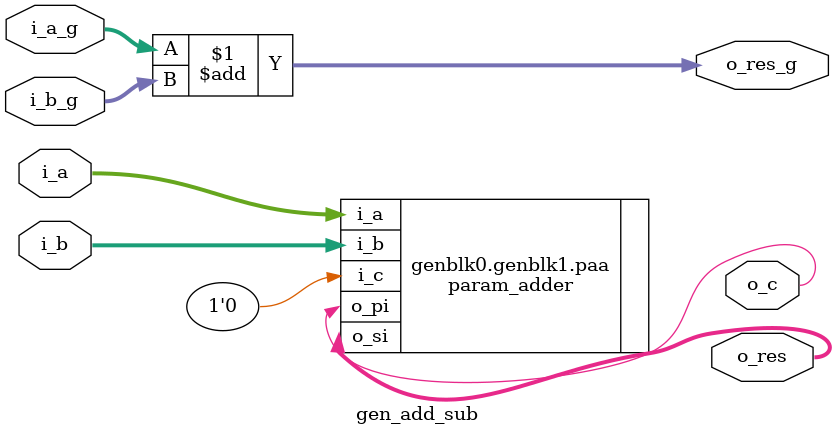
<source format=v>
`timescale 1ns / 1ps
module gen_add_sub(
i_a,
i_b,
i_a_g,
i_b_g,
o_res,
o_c,
o_res_g
);

parameter ADDSUB = 1'b1;

parameter WIDTH = 4;

input [WIDTH-1:0] i_a, i_b, i_a_g, i_b_g;

output [WIDTH-1:0] o_res;

output [WIDTH:0] o_res_g;

output o_c;

wire o_carry;

generate 
	begin
		if (ADDSUB == 1'b1) begin
			assign	o_res_g = i_a_g + i_b_g;
				param_adder paa(
						.i_a(i_a),
						.i_b(i_b),
						.i_c(1'b0),
						.o_si(o_res),
						.o_pi(o_c)
							);
		end else if (ADDSUB == 1'b0) begin
			assign	o_res_g = i_a_g - i_b_g;
				param_adder pas(
						.i_a(i_a),
						.i_b(~i_b),
						.i_c(1'b1),
						.o_si(o_res),
						.o_pi(o_carry)
							);
			assign o_c = ~o_carry;

		end 
	end
endgenerate



endmodule
			

		



</source>
